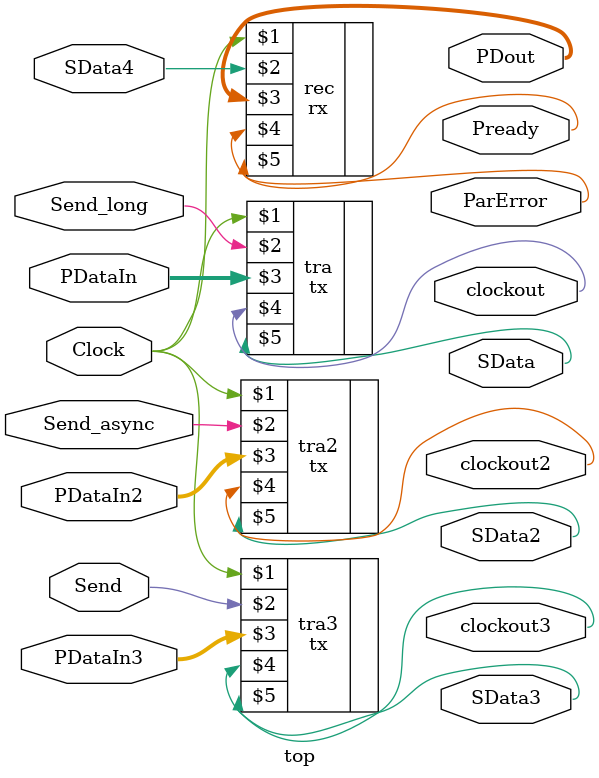
<source format=v>
module top(Clock, Send_long,PDataIn,clockout,SData,Send_async,PDataIn2,SData2,clockout2,Send,PDataIn3,SData3,clockout3,SData4,
ParError,PDout,Pready);
input Clock, Send_long;
input [7:0] PDataIn;
output clockout,SData;
//long send
tx tra(Clock,Send_long,PDataIn,clockout,SData);

input Send_async;
input [7:0] PDataIn2;
output SData2,clockout2;
//async send signal
tx tra2 (Clock,Send_async,PDataIn2,clockout2,SData2);
 
input Send;
input [7:0] PDataIn3;
output SData3,clockout3;
wire SData3;
wire clockout3;
tx tra3(Clock,Send,PDataIn3,clockout3,SData3);

input SData4;
output ParError;
output [7:0] PDout; //parallel data output
output Pready;
rx rec(Clock,SData4,PDout,Pready,ParError);

endmodule
</source>
